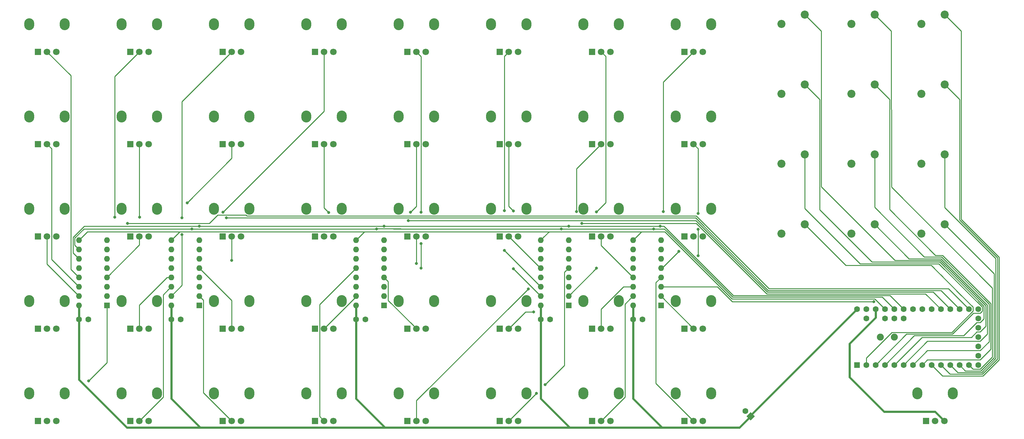
<source format=gbr>
G04 #@! TF.GenerationSoftware,KiCad,Pcbnew,(5.1.5-0-10_14)*
G04 #@! TF.CreationDate,2020-07-19T10:18:45-07:00*
G04 #@! TF.ProjectId,MIDI Mixer One v02,4d494449-204d-4697-9865-72204f6e6520,v1.0.0*
G04 #@! TF.SameCoordinates,Original*
G04 #@! TF.FileFunction,Copper,L1,Top*
G04 #@! TF.FilePolarity,Positive*
%FSLAX46Y46*%
G04 Gerber Fmt 4.6, Leading zero omitted, Abs format (unit mm)*
G04 Created by KiCad (PCBNEW (5.1.5-0-10_14)) date 2020-07-19 10:18:45*
%MOMM*%
%LPD*%
G04 APERTURE LIST*
%ADD10R,1.800000X1.800000*%
%ADD11C,1.800000*%
%ADD12O,2.720000X3.240000*%
%ADD13C,2.200000*%
%ADD14C,1.600000*%
%ADD15C,0.100000*%
%ADD16C,1.900000*%
%ADD17R,1.600000X1.600000*%
%ADD18O,1.600000X1.600000*%
%ADD19C,0.800000*%
%ADD20C,0.609600*%
%ADD21C,0.254000*%
G04 APERTURE END LIST*
D10*
X228727000Y-137541000D03*
D11*
X231227000Y-137541000D03*
X233727000Y-137541000D03*
D12*
X236027000Y-130041000D03*
X226427000Y-130041000D03*
D13*
X318389000Y-136779000D03*
X324739000Y-134239000D03*
D14*
X164505000Y-160147000D03*
X167005000Y-160147000D03*
X114213000Y-160147000D03*
X116713000Y-160147000D03*
X89067000Y-160147000D03*
X91567000Y-160147000D03*
X239943000Y-160147000D03*
X242443000Y-160147000D03*
X214797000Y-160147000D03*
X217297000Y-160147000D03*
X270492786Y-185148786D03*
G04 #@! TA.AperFunction,ComponentPad*
D15*
G36*
X273038371Y-186563000D02*
G01*
X271907000Y-187694371D01*
X270775629Y-186563000D01*
X271907000Y-185431629D01*
X273038371Y-186563000D01*
G37*
G04 #@! TD.AperFunction*
D16*
X307213000Y-164973000D03*
X311023000Y-164973000D03*
D17*
X300863000Y-172593000D03*
D14*
X303403000Y-172593000D03*
X305943000Y-172593000D03*
X308483000Y-172593000D03*
X311023000Y-172593000D03*
X313563000Y-172593000D03*
X316103000Y-172593000D03*
X318643000Y-172593000D03*
X321183000Y-172593000D03*
X323723000Y-172593000D03*
X326263000Y-172593000D03*
X328803000Y-172593000D03*
X331343000Y-172593000D03*
X313563000Y-159893000D03*
X311023000Y-159893000D03*
X308483000Y-159893000D03*
X303403000Y-159893000D03*
X300863000Y-157353000D03*
X303403000Y-157353000D03*
X305943000Y-157353000D03*
X308483000Y-157353000D03*
X311023000Y-157353000D03*
X313563000Y-157353000D03*
X316103000Y-157353000D03*
X318643000Y-157353000D03*
X321183000Y-157353000D03*
X323723000Y-157353000D03*
X326263000Y-157353000D03*
X328803000Y-157353000D03*
X331343000Y-157353000D03*
X333883000Y-172593000D03*
X333883000Y-170053000D03*
X333883000Y-167513000D03*
X333883000Y-157353000D03*
X333883000Y-159893000D03*
X333883000Y-162433000D03*
X333883000Y-164973000D03*
D18*
X214757000Y-156337000D03*
X222377000Y-138557000D03*
X214757000Y-153797000D03*
X222377000Y-141097000D03*
X214757000Y-151257000D03*
X222377000Y-143637000D03*
X214757000Y-148717000D03*
X222377000Y-146177000D03*
X214757000Y-146177000D03*
X222377000Y-148717000D03*
X214757000Y-143637000D03*
X222377000Y-151257000D03*
X214757000Y-141097000D03*
X222377000Y-153797000D03*
X214757000Y-138557000D03*
D17*
X222377000Y-156337000D03*
D18*
X239903000Y-156337000D03*
X247523000Y-138557000D03*
X239903000Y-153797000D03*
X247523000Y-141097000D03*
X239903000Y-151257000D03*
X247523000Y-143637000D03*
X239903000Y-148717000D03*
X247523000Y-146177000D03*
X239903000Y-146177000D03*
X247523000Y-148717000D03*
X239903000Y-143637000D03*
X247523000Y-151257000D03*
X239903000Y-141097000D03*
X247523000Y-153797000D03*
X239903000Y-138557000D03*
D17*
X247523000Y-156337000D03*
D13*
X318389000Y-117729000D03*
X324739000Y-115189000D03*
X299339000Y-136779000D03*
X305689000Y-134239000D03*
X280289000Y-117729000D03*
X286639000Y-115189000D03*
X280289000Y-136779000D03*
X286639000Y-134239000D03*
D10*
X153289000Y-187833000D03*
D11*
X155789000Y-187833000D03*
X158289000Y-187833000D03*
D12*
X160589000Y-180333000D03*
X150989000Y-180333000D03*
D18*
X164465000Y-156337000D03*
X172085000Y-138557000D03*
X164465000Y-153797000D03*
X172085000Y-141097000D03*
X164465000Y-151257000D03*
X172085000Y-143637000D03*
X164465000Y-148717000D03*
X172085000Y-146177000D03*
X164465000Y-146177000D03*
X172085000Y-148717000D03*
X164465000Y-143637000D03*
X172085000Y-151257000D03*
X164465000Y-141097000D03*
X172085000Y-153797000D03*
X164465000Y-138557000D03*
D17*
X172085000Y-156337000D03*
D18*
X114173000Y-156337000D03*
X121793000Y-138557000D03*
X114173000Y-153797000D03*
X121793000Y-141097000D03*
X114173000Y-151257000D03*
X121793000Y-143637000D03*
X114173000Y-148717000D03*
X121793000Y-146177000D03*
X114173000Y-146177000D03*
X121793000Y-148717000D03*
X114173000Y-143637000D03*
X121793000Y-151257000D03*
X114173000Y-141097000D03*
X121793000Y-153797000D03*
X114173000Y-138557000D03*
D17*
X121793000Y-156337000D03*
D18*
X89027000Y-156337000D03*
X96647000Y-138557000D03*
X89027000Y-153797000D03*
X96647000Y-141097000D03*
X89027000Y-151257000D03*
X96647000Y-143637000D03*
X89027000Y-148717000D03*
X96647000Y-146177000D03*
X89027000Y-146177000D03*
X96647000Y-148717000D03*
X89027000Y-143637000D03*
X96647000Y-151257000D03*
X89027000Y-141097000D03*
X96647000Y-153797000D03*
X89027000Y-138557000D03*
D17*
X96647000Y-156337000D03*
D13*
X299339000Y-117729000D03*
X305689000Y-115189000D03*
X318389000Y-98679000D03*
X324739000Y-96139000D03*
X299339000Y-98679000D03*
X305689000Y-96139000D03*
X280289000Y-98679000D03*
X286639000Y-96139000D03*
X318389000Y-79629000D03*
X324739000Y-77089000D03*
X299339000Y-79629000D03*
X305689000Y-77089000D03*
X280289000Y-79629000D03*
X286639000Y-77089000D03*
D12*
X317359000Y-180333000D03*
X326959000Y-180333000D03*
D11*
X324659000Y-187833000D03*
X322159000Y-187833000D03*
D10*
X319659000Y-187833000D03*
X253873000Y-187833000D03*
D11*
X256373000Y-187833000D03*
X258873000Y-187833000D03*
D12*
X261173000Y-180333000D03*
X251573000Y-180333000D03*
D10*
X253873000Y-162687000D03*
D11*
X256373000Y-162687000D03*
X258873000Y-162687000D03*
D12*
X261173000Y-155187000D03*
X251573000Y-155187000D03*
D10*
X253873000Y-137541000D03*
D11*
X256373000Y-137541000D03*
X258873000Y-137541000D03*
D12*
X261173000Y-130041000D03*
X251573000Y-130041000D03*
D10*
X253873000Y-112395000D03*
D11*
X256373000Y-112395000D03*
X258873000Y-112395000D03*
D12*
X261173000Y-104895000D03*
X251573000Y-104895000D03*
D10*
X253873000Y-87249000D03*
D11*
X256373000Y-87249000D03*
X258873000Y-87249000D03*
D12*
X261173000Y-79749000D03*
X251573000Y-79749000D03*
D10*
X228727000Y-187833000D03*
D11*
X231227000Y-187833000D03*
X233727000Y-187833000D03*
D12*
X236027000Y-180333000D03*
X226427000Y-180333000D03*
D10*
X228727000Y-162687000D03*
D11*
X231227000Y-162687000D03*
X233727000Y-162687000D03*
D12*
X236027000Y-155187000D03*
X226427000Y-155187000D03*
D10*
X228727000Y-112395000D03*
D11*
X231227000Y-112395000D03*
X233727000Y-112395000D03*
D12*
X236027000Y-104895000D03*
X226427000Y-104895000D03*
D10*
X228727000Y-87249000D03*
D11*
X231227000Y-87249000D03*
X233727000Y-87249000D03*
D12*
X236027000Y-79749000D03*
X226427000Y-79749000D03*
D10*
X203581000Y-187833000D03*
D11*
X206081000Y-187833000D03*
X208581000Y-187833000D03*
D12*
X210881000Y-180333000D03*
X201281000Y-180333000D03*
D10*
X203581000Y-162687000D03*
D11*
X206081000Y-162687000D03*
X208581000Y-162687000D03*
D12*
X210881000Y-155187000D03*
X201281000Y-155187000D03*
D10*
X203581000Y-137541000D03*
D11*
X206081000Y-137541000D03*
X208581000Y-137541000D03*
D12*
X210881000Y-130041000D03*
X201281000Y-130041000D03*
D10*
X203581000Y-112395000D03*
D11*
X206081000Y-112395000D03*
X208581000Y-112395000D03*
D12*
X210881000Y-104895000D03*
X201281000Y-104895000D03*
D10*
X203581000Y-87249000D03*
D11*
X206081000Y-87249000D03*
X208581000Y-87249000D03*
D12*
X210881000Y-79749000D03*
X201281000Y-79749000D03*
D10*
X178435000Y-187833000D03*
D11*
X180935000Y-187833000D03*
X183435000Y-187833000D03*
D12*
X185735000Y-180333000D03*
X176135000Y-180333000D03*
D10*
X178435000Y-162687000D03*
D11*
X180935000Y-162687000D03*
X183435000Y-162687000D03*
D12*
X185735000Y-155187000D03*
X176135000Y-155187000D03*
D10*
X178435000Y-137541000D03*
D11*
X180935000Y-137541000D03*
X183435000Y-137541000D03*
D12*
X185735000Y-130041000D03*
X176135000Y-130041000D03*
D10*
X178435000Y-112395000D03*
D11*
X180935000Y-112395000D03*
X183435000Y-112395000D03*
D12*
X185735000Y-104895000D03*
X176135000Y-104895000D03*
D10*
X178435000Y-87249000D03*
D11*
X180935000Y-87249000D03*
X183435000Y-87249000D03*
D12*
X185735000Y-79749000D03*
X176135000Y-79749000D03*
D10*
X153289000Y-162687000D03*
D11*
X155789000Y-162687000D03*
X158289000Y-162687000D03*
D12*
X160589000Y-155187000D03*
X150989000Y-155187000D03*
D10*
X153289000Y-137541000D03*
D11*
X155789000Y-137541000D03*
X158289000Y-137541000D03*
D12*
X160589000Y-130041000D03*
X150989000Y-130041000D03*
D10*
X153289000Y-112395000D03*
D11*
X155789000Y-112395000D03*
X158289000Y-112395000D03*
D12*
X160589000Y-104895000D03*
X150989000Y-104895000D03*
D10*
X153289000Y-87249000D03*
D11*
X155789000Y-87249000D03*
X158289000Y-87249000D03*
D12*
X160589000Y-79749000D03*
X150989000Y-79749000D03*
D10*
X128143000Y-187833000D03*
D11*
X130643000Y-187833000D03*
X133143000Y-187833000D03*
D12*
X135443000Y-180333000D03*
X125843000Y-180333000D03*
D10*
X128143000Y-162687000D03*
D11*
X130643000Y-162687000D03*
X133143000Y-162687000D03*
D12*
X135443000Y-155187000D03*
X125843000Y-155187000D03*
D10*
X128143000Y-137541000D03*
D11*
X130643000Y-137541000D03*
X133143000Y-137541000D03*
D12*
X135443000Y-130041000D03*
X125843000Y-130041000D03*
D10*
X128143000Y-112395000D03*
D11*
X130643000Y-112395000D03*
X133143000Y-112395000D03*
D12*
X135443000Y-104895000D03*
X125843000Y-104895000D03*
D10*
X128143000Y-87249000D03*
D11*
X130643000Y-87249000D03*
X133143000Y-87249000D03*
D12*
X135443000Y-79749000D03*
X125843000Y-79749000D03*
D10*
X102997000Y-187833000D03*
D11*
X105497000Y-187833000D03*
X107997000Y-187833000D03*
D12*
X110297000Y-180333000D03*
X100697000Y-180333000D03*
D10*
X102997000Y-162687000D03*
D11*
X105497000Y-162687000D03*
X107997000Y-162687000D03*
D12*
X110297000Y-155187000D03*
X100697000Y-155187000D03*
D10*
X102997000Y-137541000D03*
D11*
X105497000Y-137541000D03*
X107997000Y-137541000D03*
D12*
X110297000Y-130041000D03*
X100697000Y-130041000D03*
D10*
X102997000Y-112395000D03*
D11*
X105497000Y-112395000D03*
X107997000Y-112395000D03*
D12*
X110297000Y-104895000D03*
X100697000Y-104895000D03*
D10*
X102997000Y-87249000D03*
D11*
X105497000Y-87249000D03*
X107997000Y-87249000D03*
D12*
X110297000Y-79749000D03*
X100697000Y-79749000D03*
D10*
X77851000Y-187833000D03*
D11*
X80351000Y-187833000D03*
X82851000Y-187833000D03*
D12*
X85151000Y-180333000D03*
X75551000Y-180333000D03*
D10*
X77851000Y-162687000D03*
D11*
X80351000Y-162687000D03*
X82851000Y-162687000D03*
D12*
X85151000Y-155187000D03*
X75551000Y-155187000D03*
D10*
X77851000Y-137541000D03*
D11*
X80351000Y-137541000D03*
X82851000Y-137541000D03*
D12*
X85151000Y-130041000D03*
X75551000Y-130041000D03*
D10*
X77851000Y-112395000D03*
D11*
X80351000Y-112395000D03*
X82851000Y-112395000D03*
D12*
X85151000Y-104895000D03*
X75551000Y-104895000D03*
D10*
X77851000Y-87249000D03*
D11*
X80351000Y-87249000D03*
X82851000Y-87249000D03*
D12*
X85151000Y-79749000D03*
X75551000Y-79749000D03*
D19*
X91694000Y-176911000D03*
X98806000Y-132334000D03*
X105537000Y-132334000D03*
X117094000Y-132461000D03*
X117094000Y-137033000D03*
X118491000Y-128416000D03*
X130619500Y-144081500D03*
X128270000Y-130937000D03*
X157019201Y-131016799D03*
X182204799Y-130977201D03*
X182204799Y-146217201D03*
X182204799Y-139486201D03*
X179324000Y-130937000D03*
X180935000Y-144947000D03*
X211391500Y-151828500D03*
X204851000Y-141351000D03*
X204850799Y-130556201D03*
X207350799Y-130596201D03*
X207350799Y-146390799D03*
X212852000Y-158115000D03*
X213626799Y-180287201D03*
X215987000Y-177927000D03*
X229957201Y-130849799D03*
X229957201Y-146216799D03*
X224531274Y-130811272D03*
X248158000Y-130810000D03*
X257612447Y-131261553D03*
X257603201Y-142827799D03*
X257603201Y-135588799D03*
X252349000Y-141605000D03*
X119761000Y-135509000D03*
X170053000Y-135509000D03*
X220345000Y-135509000D03*
X245491000Y-135509000D03*
X121793000Y-134747000D03*
X247300799Y-134778799D03*
X222377000Y-134747000D03*
X172085000Y-134747000D03*
X305426670Y-155329330D03*
X225933000Y-133985000D03*
X178689000Y-133223000D03*
X129159000Y-132461000D03*
X102235000Y-133985000D03*
D20*
X271907000Y-186309000D02*
X271907000Y-186563000D01*
X300863000Y-157353000D02*
X271907000Y-186309000D01*
X268859000Y-189611000D02*
X268097000Y-189611000D01*
X271907000Y-186563000D02*
X268859000Y-189611000D01*
X268605000Y-189611000D02*
X268097000Y-189611000D01*
X164465000Y-160107000D02*
X164505000Y-160147000D01*
X164465000Y-156337000D02*
X164465000Y-160107000D01*
X239903000Y-160107000D02*
X239943000Y-160147000D01*
X239903000Y-156337000D02*
X239903000Y-160107000D01*
X214757000Y-160107000D02*
X214797000Y-160147000D01*
X214757000Y-156337000D02*
X214757000Y-160107000D01*
X114173000Y-160107000D02*
X114213000Y-160147000D01*
X114173000Y-156337000D02*
X114173000Y-160107000D01*
X89027000Y-160107000D02*
X89067000Y-160147000D01*
X89027000Y-156337000D02*
X89027000Y-160107000D01*
X89067000Y-161278370D02*
X89067000Y-160147000D01*
X89067000Y-176617402D02*
X89067000Y-161278370D01*
X102060598Y-189611000D02*
X89067000Y-176617402D01*
X114213000Y-181777000D02*
X122047000Y-189611000D01*
X122047000Y-189611000D02*
X102060598Y-189611000D01*
X114213000Y-160147000D02*
X114213000Y-181777000D01*
X167005000Y-189611000D02*
X122047000Y-189611000D01*
X164505000Y-181777000D02*
X172339000Y-189611000D01*
X172339000Y-189611000D02*
X167005000Y-189611000D01*
X164505000Y-160147000D02*
X164505000Y-181777000D01*
X214797000Y-160147000D02*
X214797000Y-181777000D01*
X222631000Y-189611000D02*
X172339000Y-189611000D01*
X214797000Y-181777000D02*
X222631000Y-189611000D01*
X239943000Y-181777000D02*
X247777000Y-189611000D01*
X239943000Y-160147000D02*
X239943000Y-181777000D01*
X247777000Y-189611000D02*
X222631000Y-189611000D01*
X268097000Y-189611000D02*
X247777000Y-189611000D01*
X322119000Y-185293000D02*
X324659000Y-187833000D01*
X308229000Y-185293000D02*
X322119000Y-185293000D01*
X305943000Y-157353000D02*
X305943000Y-159639000D01*
X298831000Y-175895000D02*
X308229000Y-185293000D01*
X305943000Y-159639000D02*
X298831000Y-166751000D01*
X298831000Y-166751000D02*
X298831000Y-175895000D01*
D21*
X88227001Y-147917001D02*
X89027000Y-148717000D01*
X86841210Y-146531210D02*
X88227001Y-147917001D01*
X86841210Y-93739210D02*
X86841210Y-146531210D01*
X80351000Y-87249000D02*
X86841210Y-93739210D01*
X81581201Y-113625201D02*
X81581201Y-143811201D01*
X88227001Y-150457001D02*
X89027000Y-151257000D01*
X81581201Y-143811201D02*
X88227001Y-150457001D01*
X80351000Y-112395000D02*
X81581201Y-113625201D01*
X80351000Y-145121000D02*
X89027000Y-153797000D01*
X80351000Y-137541000D02*
X80351000Y-145121000D01*
X96647000Y-171958000D02*
X91694000Y-176911000D01*
X96647000Y-156337000D02*
X96647000Y-171958000D01*
X98806000Y-93940000D02*
X98806000Y-132334000D01*
X105497000Y-87249000D02*
X98806000Y-93940000D01*
X105497000Y-132294000D02*
X105537000Y-132334000D01*
X105497000Y-112395000D02*
X105497000Y-132294000D01*
X105497000Y-139867000D02*
X105497000Y-137541000D01*
X96647000Y-148717000D02*
X105497000Y-139867000D01*
X105497000Y-161414208D02*
X105497000Y-162687000D01*
X113041630Y-148717000D02*
X105497000Y-156261630D01*
X105497000Y-156261630D02*
X105497000Y-161414208D01*
X114173000Y-148717000D02*
X113041630Y-148717000D01*
X113373001Y-152056999D02*
X114173000Y-151257000D01*
X111987210Y-153442790D02*
X113373001Y-152056999D01*
X111987210Y-181342790D02*
X111987210Y-153442790D01*
X105497000Y-187833000D02*
X111987210Y-181342790D01*
X117094000Y-100798000D02*
X117094000Y-132461000D01*
X130643000Y-87249000D02*
X117094000Y-100798000D01*
X117094000Y-150876000D02*
X114173000Y-153797000D01*
X117094000Y-137033000D02*
X117094000Y-150876000D01*
X130643000Y-112395000D02*
X130643000Y-114213000D01*
X130643000Y-114213000D02*
X130643000Y-116179106D01*
X130643000Y-116264000D02*
X130643000Y-112395000D01*
X118491000Y-128416000D02*
X130643000Y-116264000D01*
X130643000Y-144058000D02*
X130619500Y-144081500D01*
X130643000Y-137541000D02*
X130643000Y-144058000D01*
X130643000Y-155027000D02*
X121793000Y-146177000D01*
X130643000Y-162687000D02*
X130643000Y-155027000D01*
X122592999Y-154596999D02*
X121793000Y-153797000D01*
X122923201Y-180113201D02*
X122923201Y-154927201D01*
X122923201Y-154927201D02*
X122592999Y-154596999D01*
X130643000Y-187833000D02*
X122923201Y-180113201D01*
X155789000Y-103418000D02*
X128270000Y-130937000D01*
X155789000Y-87249000D02*
X155789000Y-103418000D01*
X155789000Y-128357000D02*
X155789000Y-129786598D01*
X155789000Y-129786598D02*
X157019201Y-131016799D01*
X155789000Y-112395000D02*
X155789000Y-128357000D01*
X155789000Y-128357000D02*
X155789000Y-129373000D01*
X164465000Y-154011000D02*
X164465000Y-153797000D01*
X155789000Y-162687000D02*
X164465000Y-154011000D01*
X155789000Y-187833000D02*
X154558799Y-186602799D01*
X154558799Y-156083201D02*
X164465000Y-146177000D01*
X154558799Y-166242799D02*
X154558799Y-156083201D01*
X154558799Y-186602799D02*
X154558799Y-166242799D01*
X154558799Y-166242799D02*
X154558799Y-160147201D01*
X182204799Y-112985497D02*
X182204799Y-88518799D01*
X182245000Y-113025698D02*
X182204799Y-112985497D01*
X182204799Y-88518799D02*
X180935000Y-87249000D01*
X182204799Y-130977201D02*
X182204799Y-88518799D01*
X182204799Y-146217201D02*
X182204799Y-139486201D01*
X180935000Y-129326000D02*
X179324000Y-130937000D01*
X180935000Y-112395000D02*
X180935000Y-129326000D01*
X180935000Y-144947000D02*
X180935000Y-137541000D01*
X180035001Y-161787001D02*
X180935000Y-162687000D01*
X173215201Y-149847201D02*
X173215201Y-154967201D01*
X173215201Y-154967201D02*
X180035001Y-161787001D01*
X172085000Y-148717000D02*
X173215201Y-149847201D01*
X180935000Y-187833000D02*
X180935000Y-182285000D01*
X209169000Y-154051000D02*
X211391500Y-151828500D01*
X180935000Y-182285000D02*
X209169000Y-154051000D01*
X204850799Y-88479201D02*
X204850799Y-130429201D01*
X206081000Y-87249000D02*
X204850799Y-88479201D01*
X204851000Y-141351000D02*
X214757000Y-151257000D01*
X206081000Y-112395000D02*
X206081000Y-129246000D01*
X206081000Y-129326402D02*
X206081000Y-129246000D01*
X207350799Y-130596201D02*
X206081000Y-129326402D01*
X214757000Y-153797000D02*
X207350799Y-146390799D01*
X214717000Y-146177000D02*
X214757000Y-146177000D01*
X206081000Y-137541000D02*
X214717000Y-146177000D01*
X210653000Y-158115000D02*
X212852000Y-158115000D01*
X206081000Y-162687000D02*
X210653000Y-158115000D01*
X206081000Y-187833000D02*
X213626799Y-180287201D01*
X213626799Y-180287201D02*
X213626799Y-180287201D01*
X221577001Y-146976999D02*
X222377000Y-146177000D01*
X221246799Y-147307201D02*
X221577001Y-146976999D01*
X221234000Y-172680000D02*
X221234000Y-156845000D01*
X215987000Y-177927000D02*
X221234000Y-172680000D01*
X221234000Y-156845000D02*
X221246799Y-147307201D01*
X230357200Y-130449800D02*
X229957201Y-130849799D01*
X232457201Y-128349799D02*
X230357200Y-130449800D01*
X232457201Y-88479201D02*
X232457201Y-128349799D01*
X231227000Y-87249000D02*
X232457201Y-88479201D01*
X229957201Y-146216799D02*
X222377000Y-153797000D01*
X224531274Y-119090726D02*
X224531274Y-130811272D01*
X231227000Y-112395000D02*
X224531274Y-119090726D01*
X231227000Y-140041000D02*
X239903000Y-148717000D01*
X231227000Y-137541000D02*
X231227000Y-140041000D01*
X231227000Y-157336683D02*
X237306683Y-151257000D01*
X238771630Y-151257000D02*
X239903000Y-151257000D01*
X231227000Y-162687000D02*
X231227000Y-157336683D01*
X237306683Y-151257000D02*
X238771630Y-151257000D01*
X237717210Y-155982790D02*
X239103001Y-154596999D01*
X237717210Y-181342790D02*
X237717210Y-155982790D01*
X239103001Y-154596999D02*
X239903000Y-153797000D01*
X231227000Y-187833000D02*
X237717210Y-181342790D01*
X248158000Y-95464000D02*
X256373000Y-87249000D01*
X248158000Y-127635000D02*
X248158000Y-130810000D01*
X248158000Y-128651000D02*
X248158000Y-127635000D01*
X248158000Y-127635000D02*
X248158000Y-95464000D01*
X257612447Y-113634447D02*
X256373000Y-112395000D01*
X257612447Y-131261553D02*
X257612447Y-113634447D01*
X257603201Y-142262114D02*
X257603201Y-135588799D01*
X257603201Y-142827799D02*
X257603201Y-142262114D01*
X247777000Y-146177000D02*
X247523000Y-146177000D01*
X252349000Y-141605000D02*
X247777000Y-146177000D01*
X256373000Y-162687000D02*
X247523000Y-153837000D01*
X256373000Y-187833000D02*
X246126000Y-177586000D01*
X246126000Y-150114000D02*
X247523000Y-148717000D01*
X246126000Y-177586000D02*
X246126000Y-150114000D01*
X286639000Y-134239000D02*
X297846799Y-145446799D01*
X303403000Y-171461630D02*
X303403000Y-172593000D01*
X303403000Y-170698302D02*
X303403000Y-171461630D01*
X310408503Y-163692799D02*
X303403000Y-170698302D01*
X326675899Y-163692799D02*
X310408503Y-163692799D01*
X332473201Y-157895497D02*
X326675899Y-163692799D01*
X332473201Y-156810503D02*
X332473201Y-157895497D01*
X323668488Y-148005790D02*
X328930000Y-153289000D01*
X301275799Y-145446799D02*
X321087799Y-145446799D01*
X328930000Y-153289000D02*
X332473201Y-156810503D01*
X321087799Y-145446799D02*
X328930000Y-153289000D01*
X297846799Y-145446799D02*
X301275799Y-145446799D01*
X301275799Y-145446799D02*
X305657201Y-145446799D01*
X286639000Y-129921000D02*
X288163000Y-131445000D01*
X286639000Y-115189000D02*
X286639000Y-129921000D01*
X288163000Y-131445000D02*
X301706285Y-144989589D01*
X335013201Y-156810503D02*
X323192287Y-144989589D01*
X335013201Y-157895497D02*
X335013201Y-156810503D01*
X323192287Y-144989589D02*
X321437000Y-144989589D01*
X332532089Y-158483201D02*
X334425497Y-158483201D01*
X326865281Y-164150009D02*
X332532089Y-158483201D01*
X314385992Y-164150008D02*
X326865281Y-164150009D01*
X334425497Y-158483201D02*
X335013201Y-157895497D01*
X305943000Y-172593000D02*
X314385992Y-164150008D01*
X323192287Y-144989589D02*
X301706285Y-144989589D01*
X290703000Y-100203000D02*
X286639000Y-96139000D01*
X290703000Y-130259698D02*
X290703000Y-100203000D01*
X304975681Y-144532379D02*
X290703000Y-130259698D01*
X323381669Y-144532379D02*
X304975681Y-144532379D01*
X334425497Y-161023201D02*
X335470411Y-159978287D01*
X333514799Y-161023201D02*
X334425497Y-161023201D01*
X335470411Y-159978287D02*
X335470411Y-156621121D01*
X329930782Y-164607218D02*
X333514799Y-161023201D01*
X335470411Y-156621121D02*
X323381669Y-144532379D01*
X316468782Y-164607218D02*
X329930782Y-164607218D01*
X308483000Y-172593000D02*
X316468782Y-164607218D01*
X286639000Y-77089000D02*
X291160210Y-81610210D01*
X291160210Y-123996908D02*
X311238472Y-144075170D01*
X291160210Y-81610210D02*
X291160210Y-123996908D01*
X323571052Y-144075170D02*
X311238472Y-144075170D01*
X335927620Y-156431738D02*
X323571052Y-144075170D01*
X335927620Y-162061078D02*
X335927620Y-156431738D01*
X334425497Y-163563201D02*
X335927620Y-162061078D01*
X333514799Y-163563201D02*
X334425497Y-163563201D01*
X332013573Y-165064427D02*
X333514799Y-163563201D01*
X318551573Y-165064427D02*
X332013573Y-165064427D01*
X311023000Y-172593000D02*
X318551573Y-165064427D01*
X323760434Y-143617960D02*
X315067961Y-143617961D01*
X315067961Y-143617961D02*
X305689000Y-134239000D01*
X336384829Y-156242355D02*
X323760434Y-143617960D01*
X336384829Y-164143869D02*
X336384829Y-156242355D01*
X334425497Y-166103201D02*
X336384829Y-164143869D01*
X320052799Y-166103201D02*
X334425497Y-166103201D01*
X313563000Y-172593000D02*
X320052799Y-166103201D01*
X334425497Y-168643201D02*
X320052799Y-168643201D01*
X336842038Y-166226660D02*
X334425497Y-168643201D01*
X320052799Y-168643201D02*
X316103000Y-172593000D01*
X305689000Y-129635698D02*
X319214054Y-143160752D01*
X305689000Y-115189000D02*
X305689000Y-129635698D01*
X323949818Y-143160752D02*
X319214054Y-143160752D01*
X336842038Y-156052972D02*
X323949818Y-143160752D01*
X336842038Y-166226660D02*
X336842038Y-156052972D01*
X322250241Y-142703543D02*
X309753000Y-130206302D01*
X324139200Y-142703542D02*
X322250241Y-142703543D01*
X309753000Y-130206302D02*
X309753000Y-100203000D01*
X320052799Y-171183201D02*
X334425497Y-171183201D01*
X337299247Y-168309451D02*
X337299247Y-155863589D01*
X309753000Y-100203000D02*
X305689000Y-96139000D01*
X334425497Y-171183201D02*
X337299247Y-168309451D01*
X337299247Y-155863589D02*
X324139200Y-142703542D01*
X318643000Y-172593000D02*
X320052799Y-171183201D01*
X324142037Y-175552037D02*
X321183000Y-172593000D01*
X339585296Y-171149770D02*
X335183029Y-175552037D01*
X335183029Y-175552037D02*
X324142037Y-175552037D01*
X339598000Y-143232816D02*
X339598000Y-147955000D01*
X339598000Y-147955000D02*
X339585296Y-171149770D01*
X339594024Y-145792024D02*
X339598000Y-147955000D01*
X329184000Y-81534000D02*
X329260210Y-81610210D01*
X324739000Y-77089000D02*
X329184000Y-81534000D01*
X329260210Y-81610210D02*
X329260210Y-132895026D01*
X329703592Y-133338408D02*
X339598000Y-143232816D01*
X329260210Y-132895026D02*
X329703592Y-133338408D01*
X329438000Y-133072816D02*
X329703592Y-133338408D01*
X334993646Y-175094828D02*
X339128086Y-170960388D01*
X326224828Y-175094828D02*
X334993646Y-175094828D01*
X323723000Y-172593000D02*
X326224828Y-175094828D01*
X324739000Y-96139000D02*
X328803000Y-100203000D01*
X328803000Y-129032000D02*
X328803000Y-133084408D01*
X328803000Y-100203000D02*
X328803000Y-129032000D01*
X328803000Y-133084408D02*
X328803000Y-129667000D01*
X339128085Y-143409493D02*
X328803000Y-133084408D01*
X339128086Y-170960388D02*
X339128085Y-143409493D01*
X328803000Y-129667000D02*
X328803000Y-130175000D01*
X328803000Y-129032000D02*
X328803000Y-129667000D01*
X324739000Y-115189000D02*
X324739000Y-129667000D01*
X334804263Y-174637619D02*
X338670876Y-170771006D01*
X326263000Y-172593000D02*
X328307619Y-174637619D01*
X328307619Y-174637619D02*
X334804263Y-174637619D01*
X338670876Y-170771006D02*
X338670876Y-143598876D01*
X338670876Y-143598876D02*
X338391500Y-143319500D01*
X338391500Y-143319500D02*
X338582000Y-143510000D01*
X324739000Y-129667000D02*
X338391500Y-143319500D01*
X325838999Y-135338999D02*
X324739000Y-134239000D01*
X338213666Y-147713666D02*
X325838999Y-135338999D01*
X338213666Y-170581624D02*
X338213666Y-147713666D01*
X334614880Y-174180410D02*
X338213666Y-170581624D01*
X330390410Y-174180410D02*
X334614880Y-174180410D01*
X328803000Y-172593000D02*
X330390410Y-174180410D01*
X305689000Y-77089000D02*
X310210210Y-81610210D01*
X337756456Y-151574456D02*
X310261000Y-124079000D01*
X337756456Y-170392242D02*
X337756456Y-151574456D01*
X334425497Y-173723201D02*
X337756456Y-170392242D01*
X331343000Y-172593000D02*
X332473201Y-173723201D01*
X332473201Y-173723201D02*
X334425497Y-173723201D01*
X310210210Y-81610210D02*
X310261000Y-124079000D01*
X215556999Y-137757001D02*
X217043000Y-136271000D01*
X214757000Y-138557000D02*
X215556999Y-137757001D01*
X91313000Y-136271000D02*
X89027000Y-138557000D01*
X188849000Y-136271000D02*
X188087000Y-136271000D01*
X114173000Y-138557000D02*
X116459000Y-136271000D01*
X116459000Y-136271000D02*
X91313000Y-136271000D01*
X164465000Y-138557000D02*
X166751000Y-136271000D01*
X166751000Y-136271000D02*
X116459000Y-136271000D01*
X188849000Y-136271000D02*
X166751000Y-136271000D01*
X308483000Y-157353000D02*
X305689000Y-154559000D01*
X271399000Y-154559000D02*
X266827000Y-154559000D01*
X305689000Y-154559000D02*
X271399000Y-154559000D01*
X271399000Y-154559000D02*
X268605000Y-154559000D01*
X248539000Y-136271000D02*
X249555000Y-137287000D01*
X212979000Y-136271000D02*
X211074000Y-136271000D01*
X249555000Y-137287000D02*
X248578799Y-136310799D01*
X266827000Y-154559000D02*
X249555000Y-137287000D01*
X211074000Y-136271000D02*
X188849000Y-136271000D01*
X242189000Y-136271000D02*
X239903000Y-138557000D01*
X244729000Y-136271000D02*
X242189000Y-136271000D01*
X211074000Y-136271000D02*
X244729000Y-136271000D01*
X244729000Y-136271000D02*
X248539000Y-136271000D01*
X307771790Y-154101790D02*
X267016382Y-154101790D01*
X311023000Y-157353000D02*
X307771790Y-154101790D01*
X176625201Y-135477201D02*
X176657000Y-135509000D01*
X170084799Y-135477201D02*
X176625201Y-135477201D01*
X170053000Y-135509000D02*
X170084799Y-135477201D01*
X176657000Y-135509000D02*
X174625000Y-135509000D01*
X220345000Y-135509000D02*
X176657000Y-135509000D01*
X267016382Y-154101790D02*
X249243296Y-136328704D01*
X249243296Y-136328704D02*
X248423592Y-135509000D01*
X249243296Y-136328704D02*
X248989296Y-136074704D01*
X248989296Y-136074704D02*
X248677592Y-135763000D01*
X220910685Y-135509000D02*
X237617000Y-135509000D01*
X220345000Y-135509000D02*
X220910685Y-135509000D01*
X237617000Y-135509000D02*
X235839000Y-135509000D01*
X248423592Y-135509000D02*
X237617000Y-135509000D01*
X119195315Y-135509000D02*
X119761000Y-135509000D01*
X87896799Y-138014503D02*
X90402302Y-135509000D01*
X87896799Y-139966799D02*
X87896799Y-138014503D01*
X90402302Y-135509000D02*
X119195315Y-135509000D01*
X89027000Y-141097000D02*
X87896799Y-139966799D01*
X119761000Y-135509000D02*
X170053000Y-135509000D01*
X87439589Y-137825121D02*
X87439589Y-142049589D01*
X88227001Y-142837001D02*
X89027000Y-143637000D01*
X87439589Y-142049589D02*
X88227001Y-142837001D01*
X90517710Y-134747000D02*
X87439589Y-137825121D01*
X267205764Y-153644580D02*
X248339983Y-134778799D01*
X309854580Y-153644580D02*
X267205764Y-153644580D01*
X313563000Y-157353000D02*
X309854580Y-153644580D01*
X248339983Y-134778799D02*
X247300799Y-134778799D01*
X247300799Y-134778799D02*
X223647000Y-134747000D01*
X223081315Y-134747000D02*
X173355000Y-134747000D01*
X223647000Y-134747000D02*
X223081315Y-134747000D01*
X168402000Y-134747000D02*
X90517710Y-134747000D01*
X173355000Y-134747000D02*
X172085000Y-134747000D01*
X168783000Y-134747000D02*
X168402000Y-134747000D01*
X172085000Y-134747000D02*
X168402000Y-134747000D01*
X266950738Y-155329330D02*
X305426670Y-155329330D01*
X262878408Y-151257000D02*
X266950738Y-155329330D01*
X247523000Y-151257000D02*
X262878408Y-151257000D01*
X319557370Y-153187370D02*
X276340068Y-153187370D01*
X276340068Y-153187370D02*
X257137698Y-133985000D01*
X323723000Y-157353000D02*
X319557370Y-153187370D01*
X257137698Y-133985000D02*
X240919000Y-133985000D01*
X240919000Y-133985000D02*
X239903000Y-133985000D01*
X228981000Y-133985000D02*
X225933000Y-133985000D01*
X240919000Y-133985000D02*
X228981000Y-133985000D01*
X228981000Y-133985000D02*
X228219000Y-133985000D01*
X321640160Y-152730160D02*
X276529450Y-152730160D01*
X326263000Y-157353000D02*
X321640160Y-152730160D01*
X276529450Y-152730160D02*
X257022290Y-133223000D01*
X178689000Y-133223000D02*
X192659000Y-133223000D01*
X192659000Y-133223000D02*
X191643000Y-133223000D01*
X257022290Y-133223000D02*
X192659000Y-133223000D01*
X323722950Y-152272950D02*
X276718832Y-152272950D01*
X328803000Y-157353000D02*
X323722950Y-152272950D01*
X254373941Y-132468059D02*
X254366882Y-132461000D01*
X276718832Y-152272950D02*
X256913941Y-132468059D01*
X256913941Y-132468059D02*
X254373941Y-132468059D01*
X254366882Y-132461000D02*
X193167000Y-132461000D01*
X193167000Y-132461000D02*
X191389000Y-132461000D01*
X135212683Y-132461000D02*
X129159000Y-132461000D01*
X154051000Y-132461000D02*
X135212683Y-132461000D01*
X193167000Y-132461000D02*
X154051000Y-132461000D01*
X154051000Y-132461000D02*
X152019000Y-132461000D01*
X276908214Y-151815740D02*
X257083684Y-131991210D01*
X325805740Y-151815740D02*
X276908214Y-151815740D01*
X331343000Y-157353000D02*
X325805740Y-151815740D01*
X126803518Y-131730799D02*
X124549317Y-133985000D01*
X134482482Y-131730799D02*
X126803518Y-131730799D01*
X134742893Y-131991210D02*
X134482482Y-131730799D01*
X218020790Y-131991210D02*
X134742893Y-131991210D01*
X257083684Y-131991210D02*
X218020790Y-131991210D01*
X218020790Y-131991210D02*
X217589210Y-131991210D01*
X102235000Y-133985000D02*
X109093000Y-133985000D01*
X109093000Y-133985000D02*
X108839000Y-133985000D01*
X124549317Y-133985000D02*
X109093000Y-133985000D01*
M02*

</source>
